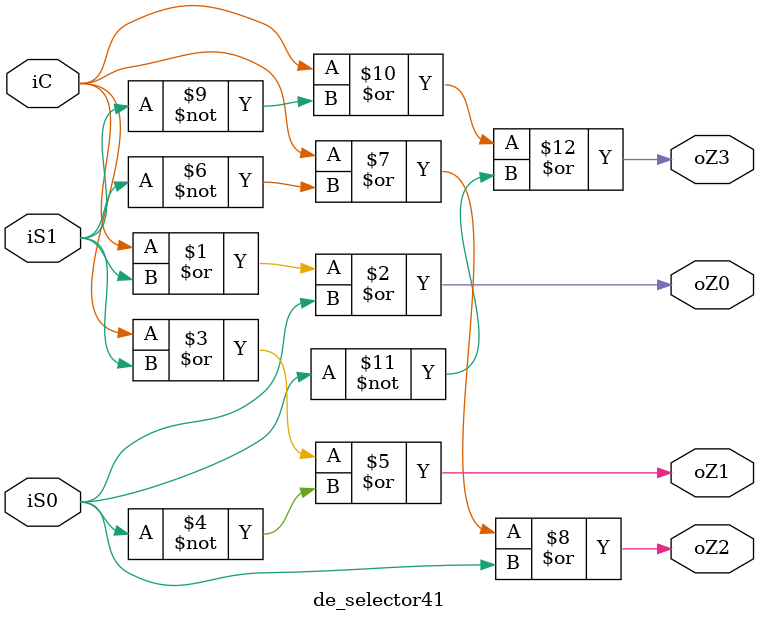
<source format=v>
module de_selector41(
    input iC,
    input iS1,
    input iS0,
    output oZ0,
    output oZ1,
    output oZ2,
    output oZ3
);
    assign oZ0= iC | iS1 | iS0;
    assign oZ1= iC | iS1 | ~iS0;
    assign oZ2= iC | ~iS1 | iS0;
    assign oZ3= iC | ~iS1 | ~iS0;
endmodule
</source>
